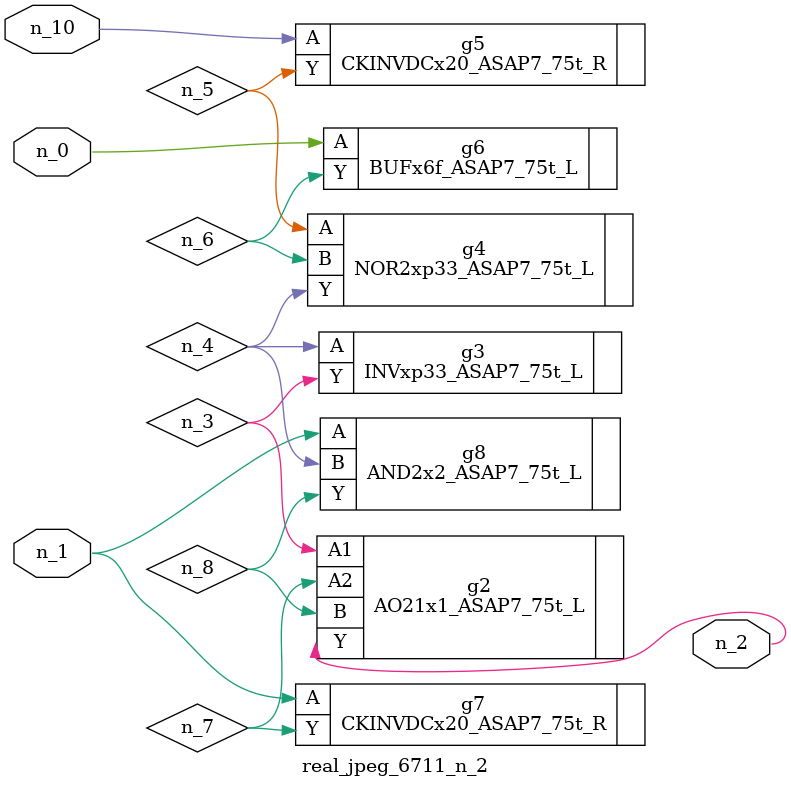
<source format=v>
module real_jpeg_6711_n_2 (n_1, n_10, n_0, n_2);

input n_1;
input n_10;
input n_0;

output n_2;

wire n_5;
wire n_4;
wire n_8;
wire n_6;
wire n_7;
wire n_3;

BUFx6f_ASAP7_75t_L g6 ( 
.A(n_0),
.Y(n_6)
);

CKINVDCx20_ASAP7_75t_R g7 ( 
.A(n_1),
.Y(n_7)
);

AND2x2_ASAP7_75t_L g8 ( 
.A(n_1),
.B(n_4),
.Y(n_8)
);

AO21x1_ASAP7_75t_L g2 ( 
.A1(n_3),
.A2(n_7),
.B(n_8),
.Y(n_2)
);

INVxp33_ASAP7_75t_L g3 ( 
.A(n_4),
.Y(n_3)
);

NOR2xp33_ASAP7_75t_L g4 ( 
.A(n_5),
.B(n_6),
.Y(n_4)
);

CKINVDCx20_ASAP7_75t_R g5 ( 
.A(n_10),
.Y(n_5)
);


endmodule
</source>
